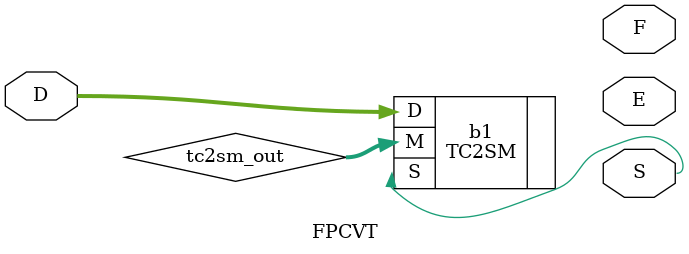
<source format=v>
`timescale 1ns / 1ps
module FPCVT(
    input [11:0] D,
    output S,
    output [2:0] E,
    output [3:0] F
    );
    
    reg [10:0] tc2sm_out;
    TC2SM b1(.D(D), .S(S), .M(tc2sm_out));


endmodule

</source>
